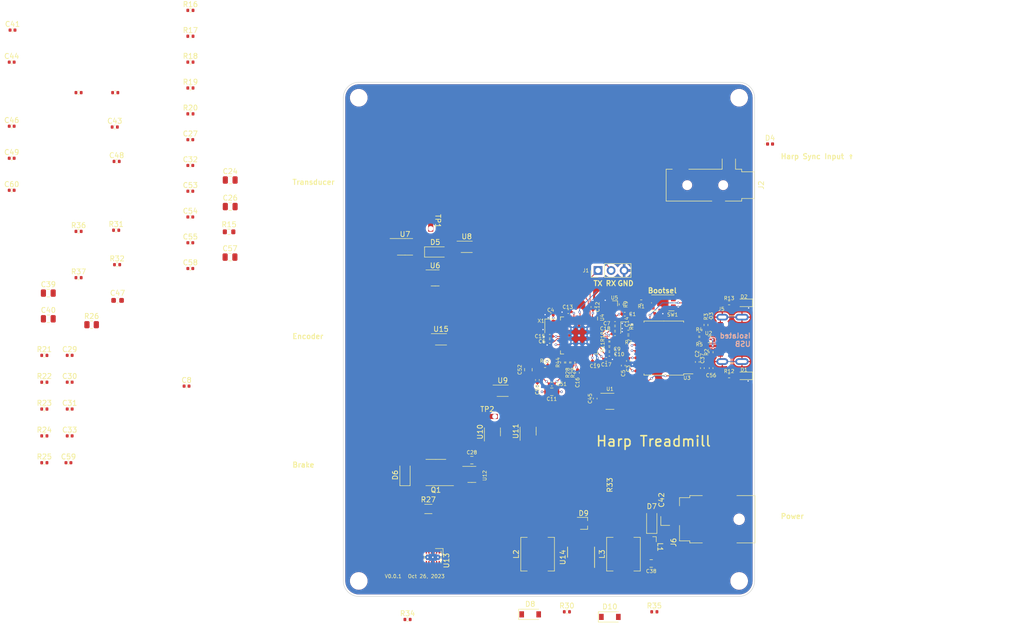
<source format=kicad_pcb>
(kicad_pcb (version 20221018) (generator pcbnew)
  (layers (0 "F.Cu" signal) (1 "In1.Cu" power) (2 "In2.Cu" power) (31 "B.Cu" signal) (34 "B.Paste" user) (35 "F.Paste" user) (36 "B.SilkS" user "B.Silkscreen") (37 "F.SilkS" user "F.Silkscreen") (38 "B.Mask" user) (39 "F.Mask" user) (44 "Edge.Cuts" user))
  (net 0 "")
  (net 1 "GND")
  (net 2 "+3V3")
  (net 3 "GND1")
  (net 4 "/Harp Core RP2040 + Isolated USB/VDD1")
  (net 5 "+1V1")
  (net 6 "+5V")
  (net 7 "-5V")
  (net 8 "Net-(U8-AINP)")
  (net 9 "Net-(U8-AINM)")
  (net 10 "+12V")
  (net 11 "Net-(U9-AINP)")
  (net 12 "Net-(U9-AINM)")
  (net 13 "VBUS")
  (net 14 "VIN1")
  (net 15 "5V2")
  (net 16 "Net-(D8-K)")
  (net 17 "Net-(U14-BOOST1)")
  (net 18 "Net-(C42-Pad1)")
  (net 19 "Net-(U14-VC1)")
  (net 20 "Net-(U14-RUN{slash}SS1)")
  (net 21 "Net-(U13-C+)")
  (net 22 "Net-(U13-C-)")
  (net 23 "Net-(U1-BP)")
  (net 24 "Net-(U13-CP)")
  (net 25 "Net-(U14-VC2)")
  (net 26 "Net-(C48-Pad2)")
  (net 27 "Net-(D10-K)")
  (net 28 "Net-(U14-BOOST2)")
  (net 29 "Net-(D1-A)")
  (net 30 "Net-(D2-A)")
  (net 31 "Net-(D5-K)")
  (net 32 "Net-(D6-K)")
  (net 33 "Net-(D6-A)")
  (net 34 "Net-(D7-K)")
  (net 35 "VPP")
  (net 36 "/Harp Core RP2040 + Isolated USB/UART0_TXD")
  (net 37 "/Harp Core RP2040 + Isolated USB/UART0_RXD")
  (net 38 "/Harp Core RP2040 + Isolated USB/HARP_CLK_SYNC")
  (net 39 "Net-(J5-CC1)")
  (net 40 "/Harp Core RP2040 + Isolated USB/D+")
  (net 41 "/Harp Core RP2040 + Isolated USB/D-")
  (net 43 "Net-(J5-CC2)")
  (net 45 "GND2")
  (net 47 "Net-(Q1-G)")
  (net 48 "/Harp Core RP2040 + Isolated USB/USB_Boot")
  (net 49 "/Harp Core RP2040 + Isolated USB/QSPI_CS")
  (net 50 "Net-(U3-UD+)")
  (net 51 "Net-(U3-UD-)")
  (net 52 "Net-(U3-DD+)")
  (net 53 "/Harp Core RP2040 + Isolated USB/DD+")
  (net 54 "Net-(U3-DD-)")
  (net 55 "/Harp Core RP2040 + Isolated USB/DD-")
  (net 56 "Net-(U4-USB_DP)")
  (net 57 "Net-(U4-USB_DM)")
  (net 58 "Net-(U4-GPIO24)")
  (net 59 "Net-(U4-GPIO25)")
  (net 60 "Net-(R15-Pad1)")
  (net 61 "Net-(R15-Pad2)")
  (net 62 "Net-(U8-SDO)")
  (net 63 "/Harp Core RP2040 + Isolated USB/PIO_POCI0")
  (net 64 "Net-(U8-SCLK)")
  (net 65 "/Harp Core RP2040 + Isolated USB/PIO_SCK0")
  (net 66 "Net-(U8-~{CS})")
  (net 67 "/Harp Core RP2040 + Isolated USB/PIO_CS0")
  (net 68 "Net-(U9-SDO)")
  (net 69 "/Harp Core RP2040 + Isolated USB/PIO_POCI1")
  (net 70 "Net-(U9-SCLK)")
  (net 71 "/Harp Core RP2040 + Isolated USB/PIO_SCK1")
  (net 72 "Net-(U9-~{CS})")
  (net 73 "/Harp Core RP2040 + Isolated USB/PIO_CS1")
  (net 74 "Net-(U10--)")
  (net 75 "Net-(U12-OUT)")
  (net 76 "Net-(U14-FB1)")
  (net 77 "Net-(U14-FB2)")
  (net 78 "Net-(U13-FB+)")
  (net 79 "Net-(U13-FB-)")
  (net 87 "/Harp Core RP2040 + Isolated USB/BRAKE_PWM")
  (net 90 "/Encoder/ENC_A")
  (net 91 "/Encoder/ENC_B")
  (net 92 "Net-(U4-XIN)")
  (net 105 "/Harp Core RP2040 + Isolated USB/QSPI_D3")
  (net 106 "/Harp Core RP2040 + Isolated USB/QSPI_CLK")
  (net 107 "/Harp Core RP2040 + Isolated USB/QSPI_D0")
  (net 108 "/Harp Core RP2040 + Isolated USB/QSPI_D2")
  (net 109 "/Harp Core RP2040 + Isolated USB/QSPI_D1")
  (net 110 "VREF_1V65")
  (net 111 "VREF_3V3")
  (net 112 "Net-(U7-IN-)")
  (net 113 "Net-(U7-IN+)")
  (net 114 "Net-(U10-+)")
  (net 118 "Net-(J7-Pin_3)")
  (net 119 "Net-(J7-Pin_2)")
  (footprint "Capacitor_SMD:C_0805_2012Metric" (layer "F.Cu") (at 77.95 64)
    (fp_text reference "C57")
    (fp_text value "10uF")
  )
  (footprint "Diode_SMD:D_SOD-123" (layer "F.Cu") (at 160 115.5 90)
    (fp_text reference "D7")
    (fp_text value "D_Schottky" hide)
  )
  (footprint "Capacitor_SMD:C_0805_2012Metric" (layer "F.Cu") (at 77.99 49)
    (fp_text reference "C24")
    (fp_text value "10uF")
  )
  (footprint "kicad_component_library:TestPoint_Keystone_5027_Miniature" (layer "F.Cu") (at 117 57 -90)
    (fp_text reference "TP1")
    (fp_text value "TestPoint" hide)
  )
  (footprint "Resistor_SMD:R_0402_1005Metric" (layer "F.Cu") (at 70.25 16)
    (fp_text reference "R16")
    (fp_text value "100")
  )
  (footprint "Capacitor_SMD:C_0402_1005Metric" (layer "F.Cu") (at 140.15 80.4)
    (fp_text reference "C6")
    (fp_text value "100nF" hide)
  )
  (footprint "Fiducial:Fiducial_0.5mm_Mask1mm" (layer "F.Cu") (at 173 127)
    (fp_text reference "FID2" hide)
    (fp_text value "Fiducial" hide)
  )
  (footprint "kicad_component_library:RP2040-QFN-56" (layer "F.Cu") (at 145.85 79.2375 -90)
    (fp_text reference "U4")
    (fp_text value "RP2040" hide)
  )
  (footprint "Capacitor_SMD:C_0402_1005Metric" (layer "F.Cu") (at 152.85 76.9 180)
    (fp_text reference "C7")
    (fp_text value "100nF" hide)
  )
  (footprint "Capacitor_SMD:C_0402_1005Metric" (layer "F.Cu") (at 152.85 78.9 180)
    (fp_text reference "C14")
    (fp_text value "100nF" hide)
  )
  (footprint "Crystal:Crystal_SMD_2016-4Pin_2.0x1.6mm" (layer "F.Cu") (at 140.35 77.4 -90)
    (fp_text reference "X1")
    (fp_text value "ECS-TXO-2016" hide)
  )
  (footprint "LED_SMD:LED_0603_1608Metric_Pad1.05x0.95mm_HandSolder" (layer "F.Cu") (at 177.95 72.9 180)
    (fp_text reference "D2")
    (fp_text value "LED" hide)
  )
  (footprint "Capacitor_SMD:C_0805_2012Metric" (layer "F.Cu") (at 136 85.9 90)
    (fp_text reference "C52")
    (fp_text value "22uF" hide)
  )
  (footprint "Package_TO_SOT_SMD:SOT-23-5" (layer "F.Cu") (at 125 106.27)
    (fp_text reference "U12")
    (fp_text value "UCC27537" hide)
  )
  (footprint "Resistor_SMD:R_0402_1005Metric" (layer "F.Cu") (at 143.49 133)
    (fp_text reference "R30")
    (fp_text value "10K")
  )
  (footprint "Resistor_SMD:R_0402_1005Metric" (layer "F.Cu") (at 143.65 84.5 90)
    (fp_text reference "R28")
    (fp_text value "10K" hide)
  )
  (footprint "Capacitor_SMD:C_0402_1005Metric" (layer "F.Cu") (at 70.23 41.155)
    (fp_text reference "C27")
    (fp_text value "300pF")
  )
  (footprint "Capacitor_SMD:C_0402_1005Metric" (layer "F.Cu") (at 70.23 56.194)
    (fp_text reference "C54")
    (fp_text value "1uF")
  )
  (footprint "Capacitor_SMD:C_0603_1608Metric" (layer "F.Cu") (at 56.079996 72.42)
    (fp_text reference "C47")
    (fp_text value "4.7uF")
  )
  (footprint "Capacitor_SMD:C_0805_2012Metric" (layer "F.Cu") (at 125 103.5 180)
    (fp_text reference "C28")
    (fp_text value "10uF" hide)
  )
  (footprint "Diode_SMD:D_0402_1005Metric" (layer "F.Cu") (at 183.015 42)
    (fp_text reference "D4")
    (fp_text value "D_TVS")
  )
  (footprint "Resistor_SMD:R_0402_1005Metric" (layer "F.Cu") (at 41.83 98.78)
    (fp_text reference "R24")
    (fp_text value "100")
  )
  (footprint "Resistor_SMD:R_0402_1005Metric" (layer "F.Cu") (at 151.75 79.95)
    (fp_text reference "R10")
    (fp_text value "27" hide)
  )
  (footprint "Resistor_SMD:R_0402_1005Metric" (layer "F.Cu") (at 175.05 72.9)
    (fp_text reference "R13")
    (fp_text value "680" hide)
  )
  (footprint "Resistor_SMD:R_0402_1005Metric" (layer "F.Cu") (at 55.621666 32)
    (fp_text reference "C42")
    (fp_text value "1.5nF")
  )
  (footprint "Package_TO_SOT_SMD:SOT-23-5" (layer "F.Cu") (at 135.95 97.8625 90)
    (fp_text reference "U11")
    (fp_text value "INA180A4")
  )
  (footprint "Resistor_SMD:R_0402_1005Metric" (layer "F.Cu") (at 175.05 87.1)
    (fp_text reference "R12")
    (fp_text value "680" hide)
  )
  (footprint "Package_SO:SOIC-16W_7.5x10.3mm_P1.27mm" (layer "F.Cu") (at 162.35 81.7 180)
    (fp_text reference "U3")
    (fp_text value "ADUM4160" hide)
  )
  (footprint "Connector_PinHeader_2.54mm:PinHeader_1x03_P2.54mm_Vertical" (layer "F.Cu") (at 149.55 66.6 90)
    (fp_text reference "J1")
    (fp_text value "Conn_01x03_Male" hide)
  )
  (footprint "Diode_SMD:D_SOD-123F" (layer "F.Cu") (at 112 106.27 90)
    (fp_text reference "D6")
    (fp_text value "1N4007" hide)
  )
  (footprint "Capacitor_SMD:C_0402_1005Metric" (layer "F.Cu") (at 171.55 85.6 90)
    (fp_text reference "C56")
    (fp_text value "1uF" hide)
  )
  (footprint "Capacitor_SMD:C_0402_1005Metric" (layer "F.Cu") (at 137.75 87.9 90)
    (fp_text reference "C50")
    (fp_text value "100nF" hide)
  )
  (footprint "Capacitor_SMD:C_0402_1005Metric" (layer "F.Cu") (at 46.52 104)
    (fp_text reference "C59")
    (fp_text value "100nF")
  )
  (footprint "Resistor_SMD:R_0402_1005Metric" (layer "F.Cu") (at 48.49 68)
    (fp_text reference "R37")
    (fp_text value "51K")
  )
  (footprint "Package_SON:WSON-12-1EP_3x2mm_P0.5mm_EP1x2.65_ThermalVias" (layer "F.Cu") (at 117.4 122.4 -90)
    (fp_text reference "U13")
    (fp_text value "LM27762" hide)
  )
  (footprint "Inductor_SMD:L_Vishay_IHLP-2525" (layer "F.Cu") (at 137.7925 121.79 90)
    (fp_text reference "L2")
    (fp_text value "10uH" hide)
  )
  (footprint "Resistor_SMD:R_0402_1005Metric" (layer "F.Cu") (at 151.75 80.9)
    (fp_text reference "R11")
    (fp_text value "27" hide)
  )
  (footprint "Capacitor_SMD:C_0402_1005Metric" (layer "F.Cu") (at 148.95 84.3 180)
    (fp_text reference "C19")
    (fp_text value "100nF" hide)
  )
  (footprint "Capacitor_SMD:C_0402_1005Metric" (layer "F.Cu") (at 35.64 19.84)
    (fp_text reference "C41")
    (fp_text value "100nF")
  )
  (footprint "Capacitor_SMD:C_0805_2012Metric" (layer "F.Cu") (at 159.9 123.6)
    (fp_text reference "C38")
    (fp_text value "10uF" hide)
  )
  (footprint "Diode_SMD:D_SOD-123" (layer "F.Cu") (at 151.85 134)
    (fp_text reference "D10")
    (fp_text value "D_Schottky" hide)
  )
  (footprint "Capacitor_SMD:C_0402_1005Metric" (layer "F.Cu") (at 46.76 83.11)
    (fp_text reference "C29")
    (fp_text value "100nF")
  )
  (footprint "Package_SO:MSOP-8_3x3mm_P0.65mm" (layer "F.Cu") (at 112 62)
    (fp_text reference "U7")
    (fp_text value "AD8226" hide)
  )
  (footprint "Capacitor_SMD:C_0402_1005Metric" (layer "F.Cu") (at 69.5 89.1)
    (fp_text reference "C8")
    (fp_text value "1uF")
  )
  (footprint "Capacitor_SMD:C_0402_1005Metric" (layer "F.Cu") (at 35.48 44.768)
    (fp_text reference "C49")
    (fp_text value "2.2uF")
  )
  (footprint "Resistor_SMD:R_0402_1005Metric" (layer "F.Cu") (at 70.25 21.033)
    (fp_text reference "R17")
    (fp_text value "100")
  )
  (footprint "Capacitor_SMD:C_0805_2012Metric" (layer "F.Cu") (at 140.55 90.2 180)
    (fp_text reference "C11")
    (fp_text value "10uF" hide)
  )
  (footprint "Resistor_SMD:R_0402_1005Metric" (layer "F.Cu") (at 160.5 133)
    (fp_text reference "R35")
    (fp_text value "10K")
  )
  (footprint "Capacitor_SMD:C_0402_1005Metric" (layer "F.Cu") (at 46.76 98.7775)
    (fp_text reference "C33")
    (fp_text value "300pF")
  )
  (footprint "Resistor_SMD:R_0402_1005Metric" (layer "F.Cu") (at 55.98833 65.466665)
    (fp_text reference "R32")
    (fp_text value "715")
  )
  (footprint "Capacitor_SMD:C_0402_1005Metric" (layer "F.Cu") (at 151.75 82.9)
    (fp_text reference "C10")
    (fp_text value "1uF" hide)
  )
  (footprint "Package_SO:VSSOP-8_2.3x2mm_P0.5mm" (layer "F.Cu") (at 124 62)
    (fp_text reference "U8")
    (fp_text value "ADS7049" hide)
  )
  (footprint "Capacitor_SMD:C_0402_1005Metric" (layer "F.Cu") (at 151.15 83.9 180)
    (fp_text reference "C17")
    (fp_text value "100nF" hide)
  )
  (footprint "MountingHole:MountingHole_3.2mm_M3_DIN965" (layer "F.Cu") (at 103 33)
    (fp_text reference "REF**" hide)
    (fp_text value "MountingHole_3.2mm_M3_DIN965" hide)
  )
  (footprint "Resistor_SMD:R_1206_3216Metric" (layer "F.Cu") (at 116.5375 113)
    (fp_text reference "R27")
    (fp_text value "0.08")
  )
  (footprint "Capacitor_SMD:C_0402_1005Metric" (layer "F.Cu") (at 152.85 77.9 180)
    (fp_text reference "C18")
    (fp_text value "100nF" hide)
  )
  (footprint "kicad_component_library:TestPoint_Keystone_5027_Miniature" (layer "F.Cu") (at 128 95)
    (fp_text reference "TP2")
    (fp_text value "TestPoint" hide)
  )
  (footprint "MountingHole:MountingHole_3.2mm_M3_DIN965" (layer "F.Cu") (at 177 33)
    (fp_text reference "REF**" hide)
    (fp_text value "MountingHole_3.2mm_M3_DIN965" hide)
  )
  (footprint "Capacitor_SMD:C_0402_1005Metric" (layer "F.Cu") (at 168.85 84.4 90)
    (fp_text reference "C2")
    (fp_text value "100nF" hide)
  )
  (footprint "Resistor_SMD:R_0402_1005Metric" (layer "F.Cu") (at 48.49 59)
    (fp_text reference "R36")
    (fp_text value "51K")
  )
  (footprint "Capacitor_SMD:C_0402_1005Metric" (layer "F.Cu") (at 155.45 84.2 90)
    (fp_text reference "C3")
    (fp_text value "100nF" hide)
  )
  (footprint "Resistor_SMD:R_0402_1005Metric" (layer "F.Cu") (at 41.83 88.34)
    (fp_text reference "R22")
    (fp_text value "49.9")
  )
  (footprint "Capacitor_SMD:C_0402_1005Metric" (layer "F.Cu") (at 35.48 51)
    (fp_text reference "C60")
    (fp_text value "2.2uF")
  )
  (footprint "MountingHole:MountingHole_3.2mm_M3_DIN965" (layer "F.Cu") (at 103 127)
    (fp_text reference "REF**" hide)
    (fp_text value "MountingHole_3.2mm_M3_DIN965" hide)
  )
  (footprint "Package_TO_SOT_SMD:Texas_DRT-3" (layer "F.Cu") (at 170.95 80 -90)
    (fp_text reference "U2")
    (fp_text value "TPD2EUSB30" hide)
  )
  (footprint "Resistor_SMD:R_0402_1005Metric" (layer "F.Cu") (at 155.45 79.7 180)
    (fp_text reference "R7")
    (fp_text value "24" hide)
  )
  (footprint "Capacitor_SMD:C_0402_1005Metric" (layer "F.Cu") (at 70.23 51.181)
    (fp_text reference "C53")
    (fp_text value "100nF")
  )
  (footprint "Resistor_SMD:R_0402_1005Metric" (layer "F.Cu") (at 155.45 78.6 180)
    (fp_text reference "R6")
    (fp_text value "24" hide)
  )
  (footprint "Capacitor_SMD:C_0402_1005Metric" (layer "F.Cu") (at 70.23 66.22)
    (fp_text reference "C58")
    (fp_text value "100nF")
  )
  (footprint "Resistor_SMD:R_0402_1005Metric" (layer "F.Cu") (at 154.05 73.2 -90)
    (fp_text reference "R9")
    (fp_text value "10K" hide)
  )
  (footprint "Capacitor_SMD:C_0402_1005Metric" (layer "F.Cu") (at 35.48 26.072)
    (fp_text reference "C44")
    (fp_text value "1uF")
  )
  (footprint "Fiducial:Fiducial_0.5mm_Mask1mm" (layer "F.Cu") (at 173 33)
    (fp_text reference "FID3" hide)
    (fp_text value "Fiducial" hide)
  )
  (footprint "Capacitor_SMD:C_0402_1005Metric" (layer "F.Cu") (at 140.15 79.4)
    (fp_text reference "C15")
    (fp_text value "100nF" hide)
  )
  (footprint "Capacitor_SMD:C_0402_1005Metric" (layer "F.Cu") (at 46.76 88.3325)
    (fp_text reference "C30")
    (fp_text value "100nF")
  )
  (footprint "Capacitor_SMD:C_0402_1005Metric" (layer "F.Cu") (at 140.35 75.2)
    (fp_text reference "C4")
    (fp_text value "10nF" hide)
  )
  (footprint "Resistor_SMD:R_0402_1005Metric" (layer "F.Cu") (at 144.65 84.5 90)
    (fp_text reference "R29")
    (fp_text value "1K82" hide)
  )
  (footprint "Resistor_SMD:R_0402_1005Metric" (layer "F.Cu") (at 70.25 36.132)
    (fp_text reference "R20")
    (fp_text value "49.9")
  )
  (footprint "Resistor_SMD:R_0402_1005Metric" (layer "F.Cu") (at 48.49 32)
    (fp_text reference "R33")
    (fp_text value "162K")
  )
  (footprint "Inductor_SMD:L_Vishay_IHLP-2525" (layer "F.Cu") (at 154.5 121.79 90)
    (fp_text reference "L3")
    (fp_text value "10uH" hide)
  )
  (footprint "Resistor_SMD:R_0402_1005Metric" (layer "F.Cu") (at 170.55 77.2 90)
    (fp_text reference "R3")
    (fp_text value "5K1" hide)
  )
  (footprint "Diode_SMD:D_SOD-123F" (layer "F.Cu") (at 118 63)
    (fp_text reference "D5")
    (fp_text value "D_Zener" hide)
  )
  (footprint "Diode_SMD:D_SOD-123" (layer "F.Cu") (at 136.35 133.5)
    (fp_text reference "D8")
    (fp_text value "D_Schottky" hide)
  )
  (footprint "Capacitor_SMD:C_0402_1005Metric" (layer "F.Cu") (at 154.75 75.1 180)
    (fp_text reference "C1")
    (fp_text value "100nF" hide)
  )
  (footprint "Resistor_SMD:R_0402_1005Metric" (layer "F.Cu") (at 139.25 85.1 180)
    (fp_text reference "R42")
    (fp_text value "68" hide)
  )
  (footprint "Capacitor_SMD:C_0402_1005Metric" (layer "F.Cu") (at 148.55 73.7 -90)
    (fp_text reference "C12")
    (fp_text value "100nF" hide)
  )
  (footprint "Resistor_SMD:R_0402_1005Metric" (layer "F.Cu") (at 55.804998 58.773332)
    (fp_text reference "R31")
    (fp_text value "10K")
  )
  (footprint "Capacitor_SMD:C_0402_1005Metric" (layer "F.Cu") (at 145.55 86.5 90)
    (fp_text reference "C16")
    (fp_text value "100nF" hide)
  )
  (footprint "Resistor_SMD:R_0805_2012Metric" (layer "F.Cu") (at 51.03 77.15)
    (fp_text reference "R26")
    (fp_text value "470")
  )
  (footprint "Resistor_SMD:R_0402_1005Metric" (layer "F.Cu") (at 169.25 79 180)
    (fp_text reference "R4")
    (fp_text value "24" hide)
  )
  (footprint "Resistor_SMD:R_0402_1005Metric" (layer "F.Cu") (at 55.896664 45.386666)
    (fp_text reference "C48")
    (fp_text value "1.5nF")
  )
  (footprint "Package_TO_SOT_SMD:SOT-323_SC-70" (layer "F.Cu") (at 146.7925 115.79)
    (fp_text reference "D9")
    (fp_text value "BAT54AW" hide)
  )
  (footprint "Resistor_SMD:R_0402_1005Metric" (layer "F.Cu") (at 70.25 31.099)
    (fp_text reference "R19")
    (fp_text value "49.9")
  )
  (footprint "Package_TO_SOT_SMD:SOT-23-5" (layer "F.Cu") (at 151.8625 92.05)
    (fp_text reference "U1")
    (fp_text value "LP2985-3.3" hide)
  )
  (footprint "Resistor_SMD:R_0402_1005Metric" (layer "F.Cu") (at 70.25 26.066)
    (fp_text reference "R18")
    (fp_text value "49.9")
  )
  (footprint "Capacitor_SMD:C_0402_1005Metric" (layer "F.Cu") (at 70.23 46.168)
    (fp_text reference "C32")
    (fp_text value "100nF")
  )
  (footprint "Resistor_SMD:R_0402_1005Metric" (layer "F.Cu") (at 55.53 38.693333)
    (fp_text reference "C43")
    (fp_text value "4.7nF")
  )
  (footprint "Capacitor_SMD:C_0402_1005Metric" (layer "F.Cu") (at 143.75 74.6)
    (fp_text reference "C13")
    (fp_text value "100nF" hide)
  )
  (footprint "Resistor_SMD:R_0402_1005Metric" (layer "F.Cu") (at 41.83 104)
    (fp_text reference "R25")
    (fp_text value "100")
  )
  (footprint "MountingHole:MountingHole_3.2mm_M3_DIN965" (layer "F.Cu") (at 177 127)
    (fp_text reference "REF**" hide)
    (fp_text value "MountingHole_3.2mm_M3_DIN965" hide)
  )
  (footprint "Capacitor_SMD:C_0402_1005Metric" (layer "F.Cu") (at 35.48 38.536)
    (fp_text reference "C46")
    (fp_text value "10nF")
  )
  (footprint "Connector_USB:USB_C_Receptacle_JAE_DX07S016JA1R1500" (layer "F.Cu") (at 176.4 80 90)
    (fp_text reference "J5")
    (fp_text value "USB_C_Receptacle_USB2.0" hide)
  )
  (footprint "Capacitor_SMD:C_0402_1005Metric" (layer "F.Cu") (at 151.75 81.9)
    (fp_text reference "C9")
    (fp_text value "1uF" hide)
  )
  (footprint "kicad_component_library:L_CommonModeChoke_TDKCorporation_1210" (layer "F.Cu") (at 159.925 120.4 -90)
    (fp_text reference "L1")
    (fp_text value "L_Coupled_1423" hide)
  )
  (footprint "Resistor_SMD:R_0402_1005Metric" (layer "F.Cu") (at 171.55 82.5 -90)
    (fp_text reference "R2")
    (fp_text value "5K1" hide)
  )
  (footprint "Resistor_SMD:R_0402_1005Metric" (layer "F.Cu") (at 112.49 134.5)
    (fp_text reference "R34")
    (fp_text value "158K")
  )
  (footprint "Connector_Audio:Jack_3.5mm_CUI_SJ-3523-SMT_Horizontal" (layer "F.Cu") (at 171.4 50 -90)
    (fp_text reference "J2")
    (fp_text value "AudioJack3")
  )
  (footprint "Resistor_SMD:R_0402_1005Metric" (layer "F.Cu") (at 41.83 83.12)
    (fp_text reference "R21")
    (fp_text value "49.9")
  )
  (footprint "Resistor_SMD:R_0402_1005Metric" (layer "F.Cu") (at 157.95 72.7 180)
    (fp_text reference "R1")
    (fp_text value "1K" hide)
  )
  (footprint "Resistor_SMD:R_0402_1005Metric" (layer "F.Cu") (at 41.83 93.56)
    (fp_text reference "R23")
    (fp_text value "49.9")
  )
  (footprint "Capacitor_SMD:C_0805_2012Metric" (layer "F.Cu") (at 77.99 54.166666)
    (fp_text reference "C26")
    (fp_text value "10uF")
  )
  (footprint "Capacitor_SMD:C_0402_1005Metric" (layer "F.Cu") (at 169.85 85.6 -90)
    (fp_text reference "C37")
    (fp_text value "100nF" hide)
  )
  (footprint "Capacitor_SMD:C_0402_1005Metric" (layer "F.Cu") (at 154.45 85.1 -90)
    (fp_text reference "C5")
    (fp_text value "100nF" hide)
  )
  (footprint "Package_SO:VSSOP-8_2.3x2mm_P0.5mm" (layer "F.Cu") (at 119 80)
    (fp_text reference "U15")
    (fp_text value "74LVCH2T45DC" hide)
  )
  (footprint "Capacitor_SMD:C_0805_2012Metric" (layer "F.Cu") (at 42.6 71)
    (fp_text reference "C39")
    (fp_text value "22uF")
  )
  (footprint "Capacitor_SMD:C_0805_2012Metric" (layer "F.Cu") (at 42.6 76)
    (fp_text reference "C40")
    (fp_text value "22uF")
  )
  (footprint "Resistor_SMD:R_0603_1608Metric" (layer "F.Cu") (at 77.77 59.083332)
    (fp_text reference "R15")
    (fp_text value "499")
  )
  (footprint "Resistor_SMD:R_0402_1005Metric" (layer "F.Cu") (at 142.65 84.5 90)
    (fp_text reference "R44")
    (fp_text value "49.9" hide)
  )
  (footprint "Capacitor_SMD:C_0402_1005Metric" (layer "F.Cu") (at 149 91.52 -90)
    (fp_text reference "C45")
    (fp_text value "1uF" hide)
  )
  (footprint "kicad_component_library:Winbond-8USON-2x3mm" (layer "F.Cu") (at 152.15 74.2 -90)
    (fp_text reference "U5")
    (fp_text value "W25Q16JVUXIQ" hide)
  )
  (footprint "Package_SO:VSSOP-8_2.3x2mm_P0.5mm" (layer "F.Cu") (at 131 90)
    (fp_text reference "U9")
    (fp_text value "ADS7049" hide)
  )
  (footprint "Resistor_SMD:R_0402_1005Metric" (layer "F.Cu") (at 169.25 80 180)
    (fp_text reference "R5")
    (fp_text value "24" hide)
  )
  (footprint "Capacitor_SMD:C_0402_1005Metric" (layer "F.Cu") (at 70.23 61.207)
    (fp_text reference "C55")
    (fp_text value "1uF")
  )
  (footprint "Capacitor_SMD:C_0402_1005Metric" (layer "F.Cu") (at 46.76 93.555)
    (fp_text reference "C31")
    (fp_text value "100nF")
  )
  (footprint "Package_TO_SOT_SMD:TSOT-23-5" (layer "F.Cu") (at 129 98 90)
    (fp_text reference "U10")
    (fp_text value "AD8615")
  )
  (footprint "Package_SO:SOIC-8_3.9x4.9mm_P1.27mm" (layer "F.Cu") (at 118 105.905 180)
    (fp_text reference "Q1")
    (fp_text value "IRF8707TRPBF" hide)
  )
  (footprint "Connector_BarrelJack:BarrelJack_CUI_PJ-036AH-SMT_Horizontal" (layer "F.Cu") (at 170 115 90)
    (fp_text reference "J6")
    (fp_text value "Barrel_Jack_Switch")
  )
  (footprint "Fiducial:Fiducial_0.5mm_Mask1mm" (layer "F.Cu") (at 107 127)
    (fp_text reference "FID1" hide)
    (fp_text value "Fiducial" hide)
  )
  (footprint "Capacitor_SMD:C_0402_1005Metric" (layer "F.Cu") (at 140.55 88.7)
    (fp_text reference "C51")
    (fp_text value "2.2uF" hide)
  )
  (footprint "Package_DFN_QFN:DFN-16-1EP_4x5mm_P0.5mm_EP2.44x4.34mm" (layer "F.Cu") (at 146.25 122.4 90)
    (fp_text reference "U14")
    (fp_text value "LT3506" hide)
  )
  (footprint "kicad_component_library:SW_Push_1P1T-SH_NO_Vertical_Wuerth_WS-TASV" (layer "F.Cu") (at 162.15 72.9 180)
    (fp_text reference "SW1")
    (fp_text value "~" hide)
  )
  (footprint "LED_SMD:LED_0603_1608Metric_Pad1.05x0.95mm_HandSolder" (layer "F.Cu") (at 177.95 87.1 180)
    (fp_text reference "D1")
    (fp_text value "LED" hide)
  )
  (footprint "Package_TO_SOT_SMD:SOT-23-5" (layer "F.Cu") (at 117.8625 68.05)
    (fp_text reference "U6")
    (fp_text value "REF2033" hide)
  )
  (footprint "Diode_SMD:D_0402_1005Metric" (layer "F.Cu") (at 171.55 77.2 -90)
    (fp_text reference "D3")
    (fp_text value "D_TVS" hide)
  )
  (gr_line (start 153.875 78.8) (end 153.975 78.8) (stroke (width 0.1)) (layer "F.SilkS"))
  (gr_line (start 153.975 78.8) (end 153.975 76.6) (stroke (width 0.1)) (layer "F.SilkS"))
  (gr_line (start 153.975 76.6) (end 154.65 76.6) (stroke (width 0.1)) (layer "F.SilkS"))
  (gr_line (start 180 127) (end 180 33) (stroke (width 0.1)) (layer "Edge.Cuts"))
  (gr_arc (start 180 127) (mid 179.12132 129.12132) (end 177 130) (stroke (width 0.1)) (layer "Edge.Cuts"))
  (gr_arc (start 103 130) (mid 100.87868 129.12132) (end 100 127) (stroke (width 0.1)) (layer "Edge.Cuts"))
  (gr_line (start 100 33) (end 100 127) (stroke (width 0.1)) (layer "Edge.Cuts"))
  (gr_line (start 177 30) (end 103 30) (stroke (width 0.1)) (layer "Edge.Cuts"))
  (gr_line (start 103 130) (end 177 130) (stroke (width 0.1)) (layer "Edge.Cuts"))
  (gr_arc (start 177 30) (mid 179.12132 30.87868) (end 180 33) (stroke (width 0.1)) (layer "Edge.Cuts"))
  (gr_arc (start 100 33) (mid 100.87868 30.87868) (end 103 30) (stroke (width 0.1)) (layer "Edge.Cuts"))
  (gr_text "Isolated\nUSB" (at 179.35 81.5) (layer "B.SilkS") (effects (font (size 1 1) (thickness 0.2) bold) (justify left bottom mirror)))
  (gr_text "Transducer" (at 90 50) (layer "F.SilkS") (effects (font (size 1 1) (thickness 0.2) bold) (justify left bottom)))
  (gr_text "Brake" (at 90 105) (layer "F.SilkS") (effects (font (size 1 1) (thickness 0.2) bold) (justify left bottom)))
  (gr_text "TX" (at 148.55 69.7) (layer "F.SilkS") (effects (font (size 1 1) (thickness 0.2) bold) (justify left bottom)))
  (gr_text "V0.0.1" (at 108 126.5) (layer "F.SilkS") (effects (font (size 0.7 0.7) (thickness 0.1)) (justify left bottom)))
  (gr_text "Power" (at 185 115) (layer "F.SilkS") (effects (font (size 1 1) (thickness 0.2) bold) (justify left bottom)))
  (gr_text "Bootsel" (at 159.15 71.1) (layer "F.SilkS") (effects (font (size 1 1) (thickness 0.2) bold) (justify left bottom)))
  (gr_text "Harp Sync Input ↑" (at 185 45) (layer "F.SilkS") (effects (font (size 1 1) (thickness 0.2) bold) (justify left bottom)))
  (gr_text "Oct 26, 2023" (at 112.5 126.5) (layer "F.SilkS") (effects (font (size 0.7 0.7) (thickness 0.1)) (justify left bottom)))
  (gr_text "Encoder" (at 90 80) (layer "F.SilkS") (effects (font (size 1 1) (thickness 0.2) bold) (justify left bottom)))
  (gr_text "GND" (at 153.25 69.7) (layer "F.SilkS") (effects (font (size 1 1) (thickness 0.2) bold) (justify left bottom)))
  (gr_text "RX" (at 150.95 69.7) (layer "F.SilkS") (effects (font (size 1 1) (thickness 0.2) bold) (justify left bottom)))
  (gr_text "Harp Treadmill" (at 149 101) (layer "F.SilkS") (effects (font (size 2 2) (thickness 0.3)) (justify left bottom)))
  (segment (start 141.5 90.2) (end 142.45 90.2) (width 0.1524) (layer "F.Cu") (net 0))
  (segment (start 142.65 85.9) (end 142.65 85.01) (width 0.1524) (layer "F.Cu") (net 0))
  (segment (start 137.75 89.1) (end 137.75 88.38) (width 0.1524) (layer "F.Cu") (net 0))
  (segment (start 137.75 86.38) (end 138.02 86.65) (width 0.1524) (layer "F.Cu") (net 0))
  (segment (start 139.55 88.2) (end 140.05 88.7) (width 0.1524) (layer "F.Cu") (net 0))
  (segment (start 140.05 88.72) (end 140.07 88.7) (width 0.1524) (layer "F.Cu") (net 0))
  (segment (start 140.05 88.7) (end 140.07 88.7) (width 0.1524) (layer "F.Cu") (net 0))
  (segment (start 141.55 88.2) (end 141.53 88.2) (width 0.1524) (layer "F.Cu") (net 0))
  (segment (start 139.76 84.41) (end 139.65 84.3) (width 0.1524) (layer "F.Cu") (net 0))
  (segment (start 139.76 85.1) (end 139.76 84.41) (width 0.1524) (layer "F.Cu") (net 0))
  (segment (start 139.45 88.2) (end 139 87.75) (width 0.1524) (layer "F.Cu") (net 0))
  (segment (start 140.05 89.8) (end 140.05 88.72) (width 0.1524) (layer "F.Cu") (net 0))
  (segment (start 138.5 87.65) (end 137.77 88.38) (width 0.1524) (layer "F.Cu") (net 0))
  (segment (start 144.05 82.675) (end 144.05 83.39) (width 0.1524) (layer "F.Cu") (net 0))
  (segment (start 141.55 88.2) (end 142.1 87.65) (width 0.1524) (layer "F.Cu") (net 0))
  (segment (start 141.53 88.2) (end 141.03 88.7) (width 0.1524) (layer "F.Cu") (net 0))
  (segment (start 142.1 86.15) (end 142.4 86.15) (width 0.1524) (layer "F.Cu") (net 0))
  (segment (start 142.4 86.15) (end 142.65 85.9) (width 0.1524) (layer "F.Cu") (net 0))
  (segment (start 138.02 86.65) (end 139 86.65) (width 0.1524) (layer "F.Cu") (net 0))
  (segment (start 141.03 88.7) (end 141.03 89.73) (width 0.1524) (layer "F.Cu") (net 0))
  (segment (start 141.03 89.73) (end 141.5 90.2) (width 0.1524) (layer "F.Cu") (net 0))
  (segment (start 139.65 90.2) (end 140.05 89.8) (width 0.1524) (layer "F.Cu") (net 0))
  (segment (start 139.6 90.2) (end 139.65 90.2) (width 0.1524) (layer "F.Cu") (net 0))
  (segment (start 144.05 83.39) (end 144.65 83.99) (width 0.1524) (layer "F.Cu") (net 0))
  (segment (start 139.55 88.2) (end 139.45 88.2) (width 0.1524) (layer "F.Cu") (net 0))
  (segment (start 143.65 82.675) (end 143.65 83.99) (width 0.1524) (layer "F.Cu") (net 0))
  (segment (start 139.6 90.2) (end 138.65 90.2) (width 0.1524) (layer "F.Cu") (net 0))
  (segment (start 139 87.75) (end 139 87.65) (width 0.1524) (layer "F.Cu") (net 0))
  (segment (start 139 87.65) (end 138.5 87.65) (width 0.1524) (layer "F.Cu") (net 0))
  (segment (start 137.77 88.38) (end 137.75 88.38) (width 0.1524) (layer "F.Cu") (net 0))
  (via (at 139.65 84.3) (size 0.4572) (drill 0.254) (layers "F.Cu" "B.Cu") (net 0))
  (via (at 139.55 88.2) (size 0.4572) (drill 0.254) (layers "F.Cu" "B.Cu") (net 0))
  (via (at 138.65 90.2) (size 0.4572) (drill 0.254) (layers "F.Cu" "B.Cu") (net 0))
  (via (at 142.45 90.2) (size 0.4572) (drill 0.254) (layers "F.Cu" "B.Cu") (net 0))
  (via (at 141.55 88.2) (size 0.4572) (drill 0.254) (layers "F.Cu" "B.Cu") (net 0))
  (via (at 137.75 89.1) (size 0.4572) (drill 0.254) (layers "F.Cu" "B.Cu") (net 0))
  (segment (start 139 86.15) (end 138.48 86.15) (width 0.1524) (layer "F.Cu") (net 1))
  (segment (start 145.85 79.2375) (end 144.85 78.2375) (width 0.1524) (layer "F.Cu") (net 1))
  (segment (start 148.55 72.4) (end 148.55 73.1325) (width 0.1524) (layer "F.Cu") (net 1))
  (segment (start 138.95 80.5) (end 139.05 80.4) (width 0.1524) (layer "F.Cu") (net 1))
  (segment (start 137.75 85.42) (end 138.07 85.1) (width 0.1524) (layer "F.Cu") (net 1))
  (segment (start 154.25 78.5) (end 153.85 78.9) (width 0.1524) (layer "F.Cu") (net 1))
  (segment (start 155.45 84.68) (end 155.39 84.62) (width 0.1524) (layer "F.Cu") (net 1))
  (segment (start 164.2 73.7) (end 165.15 73.7) (width 0.1524) (layer "F.Cu") (net 1))
  (segment (start 156.15 77.1) (end 156.305 77.255) (width 0.1524) (layer "F.Cu") (net 1))
  (segment (start 162.15 75) (end 162.15 74.325) (width 0.1524) (layer "F.Cu") (net 1))
  (segment (start 142.55 74.7) (end 142.65 74.6) (width 0.1524) (layer "F.Cu") (net 1))
  (segment (start 139.87 75.2) (end 139.25 75.2) (width 0.1524) (layer "F.Cu") (net 1))
  (segment (start 139.85 75.8) (end 139.87 75.78) (width 0.1524) (layer "F.Cu") (net 1))
  (segment (start 138.07 85.1) (end 138.74 85.1) (width 0.1524) (layer "F.Cu") (net 1))
  (segment (start 144.65 85.6) (end 144.65 85.01) (width 0.1524) (layer "F.Cu") (net 1))
  (segment (start 153.85 78.9) (end 153.5175 78.9) (width 0.1524) (layer "F.Cu") (net 1))
  (segment (start 138.95 79.5) (end 139.57 79.5) (width 0.1524) (layer "F.Cu") (net 1))
  (segment (start 144.85 78.2375) (end 142.4125 78.2375) (width 0.1524) (layer "F.Cu") (net 1))
  (segment (start 139.67 80.4) (end 139.67 81.08) (width 0.1524) (layer "F.Cu") (net 1))
  (segment (start 138.85 78.1) (end 139.8 78.1) (width 0.1524) (layer "F.Cu") (net 1))
  (segment (start 178.825 88.025) (end 178.75 88.1) (width 0.1524) (layer "F.Cu") (net 1))
  (segment (start 178.825 73.875) (end 178.85 73.9) (width 0.1524) (layer "F.Cu") (net 1))
  (segment (start 150.95 72.4) (end 150.95 72.5) (width 0.1524) (layer "F.Cu") (net 1))
  (segment (start 156.25 84.9) (end 156.275 84.875) (width 0.1524) (layer "F.Cu") (net 1))
  (segment (start 152.95 81.9) (end 152.23 81.9) (width 0.1524) (layer "F.Cu") (net 1))
  (segment (start 142.65 74.6) (end 143.2825 74.6) (width 0.1524) (layer "F.Cu") (net 1))
  (segment (start 156.25 84.9) (end 155.67 84.9) (width 0.1524) (layer "F.Cu") (net 1))
  (segment (start 156.305 77.255) (end 157.7 77.255) (width 0.1524) (layer "F.Cu") (net 1))
  (segment (start 149.43 84.3) (end 149.45 84.28) (width 0.1524) (layer "F.Cu") (net 1))
  (segment (start 155.23 75.1) (end 155.95 75.1) (width 0.1524) (layer "F.Cu") (net 1))
  (segment (start 143.1 87.15) (end 144.65 85.6) (width 0.1524) (layer "F.Cu") (net 1))
  (segment (start 139.57 79.5) (end 139.67 79.4) (width 0.1524) (layer "F.Cu") (net 1))
  (segment (start 142.1 87.15) (end 143.1 87.15) (width 0.1524) (layer "F.Cu") (net 1))
  (segment (start 139.87 75.78) (end 139.87 75.2) (width 0.1524) (layer "F.Cu") (net 1))
  (segment (start 154.25 76.9) (end 153.5175 76.9) (width 0.1524) (layer "F.Cu") (net 1))
  (segment (start 154.25 77.9) (end 153.5175 77.9) (width 0.1524) (layer "F.Cu") (net 1))
  (segment (start 149.45 84.28) (end 149.45 83.6) (width 0.1524) (layer "F.Cu") (net 1))
  (segment (start 139.67 81.08) (end 139.65 81.1) (width 0.1524) (layer "F.Cu") (net 1))
  (segment (start 156.275 84.875) (end 157.7 84.875) (width 0.1524) (layer "F.Cu") (net 1))
  (segment (start 150.95 72.5) (end 151.4 72.95) (width 0.1524) (layer "F.Cu") (net 1))
  (segment (start 178.825 87.1) (end 178.825 88.025) (width 0.1524) (layer "F.Cu") (net 1))
  (segment (start 155.39 84.62) (end 154.45 84.62) (width 0.1524) (layer "F.Cu") (net 1))
  (segment (start 152.23 82.9) (end 152.95 82.9) (width 0.1524) (layer "F.Cu") (net 1))
  (segment (start 155.67 84.9) (end 155.45 84.68) (width 0.1524) (layer "F.Cu") (net 1))
  (segment (start 151.63 83.9) (end 152.35 83.9) (width 0.1524) (layer "F.Cu") (net 1))
  (segment (start 139.05 80.4) (end 139.67 80.4) (width 0.1524) (layer "F.Cu") (net 1))
  (segment (start 178.825 72.9) (end 178.825 73.875) (width 0.1524) (layer "F.Cu") (net 1))
  (segment (start 138.48 86.15) (end 137.75 85.42) (width 0.1524) (layer "F.Cu") (net 1))
  (via (at 138.95 80.5) (size 0.4572) (drill 0.254) (layers "F.Cu" "B.Cu") (net 1))
  (via (at 152.35 83.9) (size 0.4572) (drill 0.254) (layers "F.Cu" "B.Cu") (net 1))
  (via (at 178.75 88.1) (size 0.4572) (drill 0.254) (layers "F.Cu" "B.Cu") (net 1))
  (via (at 154.25 78.5) (size 0.4572) (drill 0.254) (layers "F.Cu" "B.Cu") (net 1))
  (via (at 154.25 76.9) (size 0.4572) (drill 0.254) (layers "F.Cu" "B.Cu") (net 1))
  (via (at 149.45 83.6) (size 0.4572) (drill 0.254) (layers "F.Cu" "B.Cu") (net 1))
  (via (at 138.85 78.1) (size 0.4572) (drill 0.254) (layers "F.Cu" "B.Cu") (net 1))
  (via (at 139.85 75.8) (size 0.4572) (drill 0.254) (layers "F.Cu" "B.Cu") (net 1))
  (via (at 156.25 84.9) (size 0.4572) (drill 0.254) (layers "F.Cu" "B.Cu") (net 1))
  (via (at 138.95 79.5) (size 0.4572) (drill 0.254) (layers "F.Cu" "B.Cu") (net 1))
  (via (at 154.25 77.9) (size 0.4572) (drill 0.254) (layers "F.Cu" "B.Cu") (net 1))
  (via (at 165.15 73.7) (size 0.4572) (drill 0.254) (layers "F.Cu" "B.Cu") (net 1))
  (via (at 155.95 75.1) (size 0.4572) (drill 0.254) (layers "F.Cu" "B.Cu") (net 1))
  (via (at 152.95 81.9) (size 0.4572) (drill 0.254) (layers "F.Cu" "B.Cu") (net 1))
  (via (at 148.55 72.4) (size 0.4572) (drill 0.254) (layers "F.Cu" "B.Cu") (net 1))
  (via (at 139.65 81.1) (size 0.4572) (drill 0.254) (layers "F.Cu" "B.Cu") (net 1))
  (via (at 152.95 82.9) (size 0.4572) (drill 0.254) (layers "F.Cu" "B.Cu") (net 1))
  (via (at 150.95 72.4) (size 0.4572) (drill 0.254) (layers "F.Cu" "B.Cu") (net 1))
  (via (at 142.55 74.7) (size 0.4572) (drill 0.254) (layers "F.Cu" "B.Cu") (net 1))
  (via (at 156.15 77.1) (size 0.4572) (drill 0.254) (layers "F.Cu" "B.Cu") (net 1))
  (via (at 178.85 73.9) (size 0.4572) (drill 0.254) (layers "F.Cu" "B.Cu") (net 1))
  (via (at 139.25 75.2) (size 0.4572) (drill 0.254) (layers "F.Cu" "B.Cu") (net 1))
  (via (at 162.15 75) (size 0.4572) (drill 0.254) (layers "F.Cu" "B.Cu") (net 1))
  (segment (start 145.35 85.4) (end 145.25 85.3) (width 0.1524) (layer "F.Cu") (net 2))
  (segment (start 140.68 79.45) (end 140.63 79.4) (width 0.1524) (layer "F.Cu") (net 2))
  (segment (start 157.565 82.2) (end 157.7 82.335) (width 0.1524) (layer "F.Cu") (net 2))
  (segment (start 156.25 86.1) (end 156.295 86.145) (width 0.1524) (layer "F.Cu") (net 2))
  (segment (start 144.85 74.9) (end 144.55 74.6) (width 0.1524) (layer "F.Cu") (net 2))
  (segment (start 149.45 82) (end 149.2875 81.8375) (width 0.1524) (layer "F.Cu") (net 2))
  (segment (start 150.25 82.2) (end 150.25 81.9) (width 0.1524) (layer "F.Cu") (net 2))
  (segment (start 140.83 75.8) (end 140.83 75.2) (width 0.1524) (layer "F.Cu") (net 2))
  (segment (start 151.15 78.9) (end 152.15 77.9) (width 0.1524) (layer "F.Cu") (net 2))
  (segment (start 148.55 74.18) (end 148.55 74.9) (width 0.1524) (layer "F.Cu") (net 2))
  (segment (start 149.45 82.6) (end 149.45 82) (width 0.1524) (layer "F.Cu") (net 2))
  (segment (start 150.95 82.9) (end 151.27 82.9) (width 0.1524) (layer "F.Cu") (net 2))
  (segment (start 153.2 75.45) (end 152.9 75.45) (width 0.1524) (layer "F.Cu") (net 2))
  (segment (start 152.05 78.9) (end 152.3825 78.9) (width 0.1524) (layer "F.Cu") (net 2))
  (segment (start 141.35 79.45) (end 141.3625 79.4375) (width 0.1524) (layer "F.Cu") (net 2))
  (segment (start 148.45 84.28) (end 148.45 83.6) (width 0.1524) (layer "F.Cu") (net 2))
  (segment (start 156.25 83.6) (end 155.57 83.6) (width 0.1524) (layer "F.Cu") (net 2))
  (segment (start 151.45 79.4) (end 150.75 79.4) (width 0.1524) (layer "F.Cu") (net 2))
  (segment (start 150.15 83.38) (end 150.67 83.9) (width 0.1524) (layer "F.Cu") (net 2))
  (segment (start 145.25 83.727896) (end 144.85 83.327896) (width 0.1524) (layer "F.Cu") (net 2))
  (segment (start 154.05 74.88) (end 154.27 75.1) (width 0.1524) (layer "F.Cu") (net 2))
  (segment (start 148.47 84.3) (end 148.45 84.28) (width 0.1524) (layer "F.Cu") (net 2))
  (segment (start 150.25 81.9) (end 149.7875 81.4375) (width 0.1524) (layer "F.Cu") (net 2))
  (segment (start 141.3625 79.4375) (end 142.4125 79.4375) (width 0.1524) (layer "F.Cu") (net 2))
  (segment (start 150.15 83.3) (end 150.15 83.38) (width 0.1524) (layer "F.Cu") (net 2))
  (segment (start 154.05 73.71) (end 154.05 74.88) (width 0.1524) (layer "F.Cu") (net 2))
  (segment (start 153.55 75.1) (end 153.2 75.45) (width 0.1524) (layer "F.Cu") (net 2))
  (segment (start 155.57 83.6) (end 155.45 83.72) (width 0.1524) (layer "F.Cu") (net 2))
  (segment (start 151.65 79.2) (end 151.75 79.2) (width 0.1524) (layer "F.Cu") (net 2))
  (segment (start 150.75 79.4) (end 150.3125 79.8375) (width 0.1524) (layer "F.Cu") (net 2))
  (segment (start 150.2125 79.4375) (end 149.2875 79.4375) (width 0.1524) (layer "F.Cu") (net 2))
  (segment (start 156.15 82.2) (end 157.565 82.2) (width 0.1524) (layer "F.Cu") (net 2))
  (segment (start 145.25 85.3) (end 145.25 83.727896) (width 0.1524) (layer "F.Cu") (net 2))
  (segment (start 144.85 74.9) (end 144.85 75.8) (width 0.1524) (layer "F.Cu") (net 2))
  (segment (start 148.45 83.6) (end 148.45 82.675) (width 0.1524) (layer "F.Cu") (net 2))
  (segment (start 151.15 78.9) (end 150.75 78.9) (width 0.1524) (layer "F.Cu") (net 2))
  (segment (start 141.35 79.45) (end 140.68 79.45) (width 0.1524) (layer "F.Cu") (net 2))
  (segment (start 152.15 77.9) (end 152.3825 77.9) (width 0.1524) (layer "F.Cu") (net 2))
  (segment (start 154.47 85.6) (end 154.45 85.58) (width 0.1524) (layer "F.Cu") (net 2))
  (segment (start 156.25 83.6) (end 156.255 83.605) (width 0.1524) (layer "F.Cu") (net 2))
  (segment (start 140.83 75.8) (end 140.83 76.63) (width 0.1524) (layer "F.Cu") (net 2))
  (segment (start 156.295 86.145) (end 157.7 86.145) (width 0.1524) (layer "F.Cu") (net 2))
  (segment (start 144.55 74.6) (end 144.23 74.6) (width 0.1524) (layer "F.Cu") (net 2))
  (segment (start 151.75 79.2) (end 152.05 78.9) (width 0.1524) (layer "F.Cu") (net 2))
  (segment (start 141.35 81.0375) (end 142.4125 81.0375) (width 0.1524) (layer "F.Cu") (net 2))
  (segment (start 150.75 78.9) (end 150.2125 79.4375) (width 0.1524) (layer "F.Cu") (net 2))
  (segment (start 156.15 81.2) (end 156.285 81.065) (width 0.1524) (layer "F.Cu") (net 2))
  (segment (start 156.25 86.1) (end 155.75 85.6) (width 0.1524) (layer "F.Cu") (net 2))
  (segment (start 148.45 75) (end 148.45 75.8) (width 0.1524) (layer "F.Cu") (net 2))
  (segment (start 156.255 83.605) (end 157.7 83.605) (width 0.1524) (layer "F.Cu") (net 2))
  (segment (start 156.285 81.065) (end 157.7 81.065) (width 0.1524) (layer "F.Cu") (net 2))
  (segment (start 150.15 83.3) (end 149.45 82.6) (width 0.1524) (layer "F.Cu") (net 2))
  (segment (start 144.85 83.327896) (end 144.85 82.675) (width 0.1524) (layer "F.Cu") (net 2))
  (segment (start 150.3125 79.8375) (end 149.2875 79.8375) (width 0.1524) (layer "F.Cu") (net 2))
  (segment (start 150.25 82.2) (end 150.95 82.9) (width 0.1524) (layer "F.Cu") (net 2))
  (segment (start 145.35 85.4) (end 145.65 85.7) (width 0.1524) (layer "F.Cu") (net 2))
  (segment (start 151.65 79.2) (end 151.45 79.4) (width 0.1524) (layer "F.Cu") (net 2))
  (segment (start 155.75 85.6) (end 154.47 85.6) (width 0.1524) (layer "F.Cu") (net 2))
  (segment (start 148.55 74.9) (end 148.45 75) (width 0.1524) (layer "F.Cu") (net 2))
  (segment (start 145.65 85.7) (end 145.65 85.8325) (width 0.1524) (layer "F.Cu") (net 2))
  (segment (start 140.83 76.63) (end 140.9 76.7) (width 0.1524) (layer "F.Cu") (net 2))
  (segment (start 149.7875 81.4375) (end 149.2875 81.4375) (width 0.1524) (layer "F.Cu") (net 2))
  (segment (start 154.27 75.1) (end 153.55 75.1) (width 0.1524) (layer "F.Cu") (net 2))
  (via (at 148.55 74.9) (size 0.4572) (drill 0.254) (layers "F.Cu" "B.Cu") (net 2))
  (via (at 140.83 75.8) (size 0.4572) (drill 0.254) (layers "F.Cu" "B.Cu") (net 2))
  (via (at 150.25 82.2) (size 0.4572) (drill 0.254) (layers "F.Cu" "B.Cu") (net 2))
  (via (at 144.85 74.9) (size 0.4572) (drill 0.254) (layers "F.Cu" "B.Cu") (net 2))
  (via (at 156.15 81.2) (size 0.4572) (drill 0.254) (layers "F.Cu" "B.Cu") (net 2))
  (via (at 148.45 83.6) (size 0.4572) (drill 0.254) (layers "F.Cu" "B.Cu") (net 2))
  (via (at 153.65 75.1) (size 0.4572) (drill 0.254) (layers "F.Cu" "B.Cu") (net 2))
  (via (at 150.15 83.3) (size 0.4572) (drill 0.254) (layers "F.Cu" "B.Cu") (net 2))
  (via (at 141.35 81.0375) (size 0.4572) (drill 0.254) (layers "F.Cu" "B.Cu") (net 2))
  (via (at 156.25 86.1) (size 0.4572) (drill 0.254) (layers "F.Cu" "B.Cu") (net 2))
  (via (at 156.25 83.6) (size 0.4572) (drill 0.254) (layers "F.Cu" "B.Cu") (net 2))
  (via (at 151.15 78.9) (size 0.4572) (drill 0.254) (layers "F.Cu" "B.Cu") (net 2))
  (via (at 151.65 79.2) (size 0.4572) (drill 0.254) (layers "F.Cu" "B.Cu") (net 2))
  (via (at 156.15 82.2) (size 0.4572) (drill 0.254) (layers "F.Cu" "B.Cu") (net 2))
  (via (at 141.35 79.45) (size 0.4572) (drill 0.254) (layers "F.Cu" "B.Cu") (net 2))
  (via (at 145.35 85.4) (size 0.4572) (drill 0.254) (layers "F.Cu" "B.Cu") (net 2))
  (segment (start 168.85 84.88) (end 168.845 84.875) (width 0.1524) (layer "F.Cu") (net 3))
  (segment (start 170.55 76.69) (end 168.06 76.69) (width 0.1524) (layer "F.Cu") (net 3))
  (segment (start 169.85 85.12) (end 169.09 85.12) (width 0.1524) (layer "F.Cu") (net 3))
  (segment (start 173.35 76.9) (end 173.165 76.715) (width 0.1524) (layer "F.Cu") (net 3))
  (segment (start 165.795 77.255) (end 165.45 77.6) (width 0.1524) (layer "F.Cu") (net 3))
  (segment (start 172.0725 83.01) (end 171.55 83.01) (width 0.1524) (layer "F.Cu") (net 3))
  (segment (start 171.7719 80) (end 171.85 80.0781) (width 0.1524) (layer "F.Cu") (net 3))
  (segment (start 173.35 76.9) (end 173.35 76.055) (width 0.1524) (layer "F.Cu") (net 3))
  (segment (start 173.35 76.055) (end 173.725 75.68) (width 0.1524) (layer "F.Cu") (net 3))
  (segment (start 171.55 85.12) (end 172.35 84.32) (width 0.1524) (layer "F.Cu") (net 3))
  (segment (start 171.45 76.815) (end 171.45 76.9) (width 0.1524) (layer "F.Cu") (net 3))
  (segment (start 169.09 85.12) (end 168.85 84.88) (width 0.1524) (layer "F.Cu") (net 3))
  (segment (start 173.35 83.1) (end 173.35 83.945) (width 0.1524) (layer "F.Cu") (net 3))
  (segment (start 173.35 83.945) (end 173.725 84.32) (width 0.1524) (layer "F.Cu") (net 3))
  (segment (start 171.55 85.12) (end 169.85 85.12) (width 0.1524) (layer "F.Cu") (net 3))
  (segment (start 168.06 76.69) (end 167.495 77.255) (width 0.1524) (layer "F.Cu") (net 3))
  (segment (start 167.495 77.255) (end 167 77.255) (width 0.1524) (layer "F.Cu") (net 3))
  (segment (start 171.375 80) (end 171.7719 80) (width 0.1524) (layer "F.Cu") (net 3))
  (segment (start 171.55 76.715) (end 171.45 76.815) (width 0.1524) (layer "F.Cu") (net 3))
  (segment (start 173.35 83.1) (end 172.1625 83.1) (width 0.1524) (layer "F.Cu") (net 3))
  (segment (start 165.45 84.5) (end 165.825 84.875) (width 0.1524) (layer "F.Cu") (net 3))
  (segment (start 165.825 84.875) (end 167 84.875) (width 0.1524) (layer "F.Cu") (net 3))
  (segment (start 172.1625 83.1) (end 172.0725 83.01) (width 0.1524) (layer "F.Cu") (net 3))
  (segment (start 165.45 77.6) (end 165.45 84.5) (width 0.1524) (layer "F.Cu") (net 3))
  (segment (start 167 77.255) (end 165.795 77.255) (width 0.1524) (layer "F.Cu") (net 3))
  (segment (start 168.845 84.875) (end 167 84.875) (width 0.1524) (layer "F.Cu") (net 3))
  (segment (start 172.35 84.32) (end 173.725 84.32) (width 0.1524) (layer "F.Cu") (net 3))
  (via (at 171.85 81.2305) (size 0.4572) (drill 0.254) (layers "F.Cu" "B.Cu") (net 3))
  (via (at 171.85 80.0781) (size 0.4572) (drill 0.254) (layers "F.Cu" "B.Cu") (net 3))
  (segment (start 177.55 84.32) (end 173.725 84.32) (width 0.1524) (layer "B.Cu") (net 3))
  (segment (start 171.85 80.0781) (end 171.85 81.2305) (width 0.1524) (layer "B.Cu") (net 3))
  (segment (start 177.55 75.68) (end 173.725 75.68) (width 0.1524) (layer "B.Cu") (net 3))
  (segment (start 168.85 83.92) (end 168.535 83.605) (width 0.1524) (layer "F.Cu") (net 4))
  (segment (start 167 83.605) (end 167 82.335) (width 0.1524) (layer "F.Cu") (net 4))
  (segment (start 167 81.065) (end 167 82.335) (width 0.1524) (layer "F.Cu") (net 4))
  (segment (start 168.535 83.605) (end 167 83.605) (width 0.1524) (layer "F.Cu") (net 4))
  (segment (start 144.15 81.7) (end 143.45 81) (width 0.1524) (layer "F.Cu") (net 5))
  (segment (start 143.45 81) (end 143.45 80.2) (width 0.1524) (layer "F.Cu") (net 5))
  (segment (start 148.45 80.8) (end 148.6875 81.0375) (width 0.1524) (layer "F.Cu") (net 5))
  (segment (start 148.6125 79.0375) (end 148.45 79.2) (width 0.1524) (layer "F.Cu") (net 5))
  (segment (start 149.2875 79.0375) (end 148.6125 79.0375) (width 0.1524) (layer "F.Cu") (net 5))
  (segment (start 148.45 79.2) (end 148.45 80.8) (width 0.1524) (layer "F.Cu") (net 5))
  (segment (start 150.4075 81.0375) (end 151.27 81.9) (width 0.1524) (layer "F.Cu") (net 5))
  (segment (start 149.2875 81.0375) (end 150.4075 81.0375) (width 0.1524) (layer "F.Cu") (net 5))
  (segment (start 142.4125 79.8375) (end 141.6625 79.8375) (width 0.1524) (layer "F.Cu") (net 5))
  (segment (start 148.6875 81.0375) (end 149.2875 81.0375) (width 0.1524) (layer "F.Cu") (net 5))
  (segment (start 141.6625 79.8375) (end 141.1 80.4) (width 0.1524) (layer "F.Cu") (net 5))
  (segment (start 152.225 76.9) (end 150.0875 79.0375) (width 0.1524) (layer "F.Cu") (net 5))
  (segment (start 141.1 80.4) (end 140.63 80.4) (width 0.1524) (layer "F.Cu") (net 5))
  (segment (start 152.3825 76.9) (end 152.225 76.9) (width 0.1524) (layer "F.Cu") (net 5))
  (segment (start 150.0875 79.0375) (end 149.2875 79.0375) (width 0.1524) (layer "F.Cu") (net 5))
  (segment (start 148.6875 81.0375) (end 148.025 81.7) (width 0.1524) (layer "F.Cu") (net 5))
  (segment (start 143.45 80.2) (end 143.0875 79.8375) (width 0.1524) (layer "F.Cu") (net 5))
  (segment (start 143.0875 79.8375) (end 142.4125 79.8375) (width 0.1524) (layer "F.Cu") (net 5))
  (segment (start 148.025 81.7) (end 144.15 81.7) (width 0.1524) (layer "F.Cu") (net 5))
  (segment (start 175.45 83.097092) (end 175.45 84.9) (width 0.1524) (layer "F.Cu") (net 13))
  (segment (start 174.65 82.297092) (end 174.702908 82.35) (width 0.1524) (layer "F.Cu") (net 13))
  (segment (start 175.45 84.9) (end 174.35 86) (width 0.1524) (layer "F.Cu") (net 13))
  (segment (start 173.8 77.65) (end 174.65 78.5) (width 0.1524) (layer "F.Cu") (net 13))
  (segment (start 171.63 86) (end 171.55 86.08) (width 0.1524) (layer "F.Cu") (net 13))
  (segment (start 174.35 86) (end 171.63 86) (width 0.1524) (layer "F.Cu") (net 13))
  (segment (start 174.65 78.5) (end 174.65 82.297092) (width 0.1524) (layer "F.Cu") (net 13))
  (segment (start 171.55 77.685) (end 171.585 77.65) (width 0.1524) (layer "F.Cu") (net 13))
  (segment (start 171.585 77.65) (end 173.35 77.65) (width 0.1524) (layer "F.Cu") (net 13))
  (segment (start 174.702908 82.35) (end 175.45 83.097092) (width 0.1524) (layer "F.Cu") (net 13))
  (segment (start 173.35 77.65) (end 173.8 77.65) (width 0.1524) (layer "F.Cu") (net 13))
  (segment (start 171.55 86.08) (end 169.85 86.08) (width 0.1524) (layer "F.Cu") (net 13))
  (segment (start 167.065 86.08) (end 169.85 86.08) (width 0.1524) (layer "F.Cu") (net 13))
  (segment (start 174.511632 82.35) (end 174.702908 82.35) (width 0.1524) (layer "F.Cu") (net 13))
  (segment (start 173.35 82.35) (end 174.511632 82.35) (width 0.1524) (layer "F.Cu") (net 13))
  (segment (start 167 86.145) (end 167.065 86.08) (width 0.1524) (layer "F.Cu") (net 13))
  (segment (start 138.02 87.15) (end 137.75 87.42) (width 0.254) (layer "F.Cu") (net 28))
  (segment (start 137.75 87.42) (end 137.53 87.42) (width 0.254) (layer "F.Cu") (net 28))
  (segment (start 139 87.15) (end 138.02 87.15) (width 0.254) (layer "F.Cu") (net 28))
  (segment (start 177.075 87.1) (end 175.56 87.1) (width 0.1524) (layer "F.Cu") (net 29))
  (segment (start 177.075 72.9) (end 175.56 72.9) (width 0.1524) (layer "F.Cu") (net 30))
  (segment (start 148.0114 68.1386) (end 148.0114 75.7614) (width 0.1524) (layer "F.Cu") (net 36))
  (segment (start 148.0114 75.7614) (end 148.05 75.8) (width 0.1524) (layer "F.Cu") (net 36))
  (segment (start 149.55 66.6) (end 148.0114 68.1386) (width 0.1524) (layer "F.Cu") (net 36))
  (segment (start 147.9 64.7) (end 150.42 64.7) (width 0.1524) (layer "F.Cu") (net 37))
  (segment (start 147.25 65.35) (end 147.9 64.7) (width 0.1524) (layer "F.Cu") (net 37))
  (segment (start 147.25 72.1) (end 147.25 65.35) (width 0.1524) (layer "F.Cu") (net 37))
  (segment (start 147.65 72.5) (end 147.25 72.1) (width 0.1524) (layer "F.Cu") (net 37))
  (segment (start 147.65 75.8) (end 147.65 72.5) (width 0.1524) (layer "F.Cu") (net 37))
  (segment (start 152.09 66.37) (end 152.09 66.6) (width 0.1524) (layer "F.Cu") (net 37))
  (segment (start 150.42 64.7) (end 152.09 66.37) (width 0.1524) (layer "F.Cu") (net 37))
  (segment (start 146.05 74.8) (end 146.05 75.8) (width 0.1524) (layer "F.Cu") (net 38))
  (segment (start 145.95 74.7) (end 146.05 74.8) (width 0.1524) (layer "F.Cu") (net 38))
  (via (at 145.95 74.7) (size 0.4572) (drill 0.254) (layers "F.Cu" "B.Cu") (net 38))
  (segment (start 145.95 74.7) (end 145.95 74.414214) (width 0.1524) (layer "B.Cu") (net 38))
  (segment (start 146.242893 73.707107) (end 149.257107 70.692893) (width 0.1524) (layer "B.Cu") (net 38))
  (arc (start 146.242893 73.707107) (mid 146.02612 74.03153) (end 145.95 74.414214) (width 0.1524) (layer "B.Cu") (net 38))
  (segment (start 171.96 81.99) (end 171.55 81.99) (width 0.1524) (layer "F.Cu") (net 39))
  (segment (start 172.2 81.75) (end 171.96 81.99) (width 0.1524) (layer "F.Cu") (net 39))
  (segment (start 173.35 81.75) (end 172.2 81.75) (width 0.1524) (layer "F.Cu") (net 39))
  (segment (start 172.55 79.8) (end 172.55 80.1) (width 0.2) (layer "F.Cu") (net 40))
  (segment (start 169.95 79) (end 169.76 79) (width 0.2) (layer "F.Cu") (net 40))
  (segment (start 172.55 80.1) (end 172.7 80.25) (width 0.2) (layer "F.Cu") (net 40))
  (segment (start 172.35 79.5) (end 170.675 79.5) (width 0.2) (layer "F.Cu") (net 40))
  (segment (start 170.675 79.5) (end 170.525 79.65) (width 0.2) (layer "F.Cu") (net 40))
  (segment (start 172.6 79.75) (end 172.55 79.8) (width 0.2) (layer "F.Cu") (net 40))
  (segment (start 172.6 79.75) (end 172.35 79.5) (width 0.2) (layer "F.Cu") (net 40))
  (segment (start 170.525 79.65) (end 170.525 79.575) (width 0.2) (layer "F.Cu") (net 40))
  (segment (start 170.525 79.575) (end 169.95 79) (width 0.2) (layer "F.Cu") (net 40))
  (segment (start 173.35 79.75) (end 172.6 79.75) (width 0.2) (layer "F.Cu") (net 40))
  (segment (start 172.7 80.25) (end 173.35 80.25) (width 0.2) (layer "F.Cu") (net 40))
  (segment (start 170.3 80.35) (end 169.95 80) (width 0.2) (layer "F.Cu") (net 41))
  (segment (start 170.525 80.375) (end 170.525 80.35) (width 0.2) (layer "F.Cu") (net 41))
  (segment (start 169.95 80) (end 169.76 80) (width 0.2) (layer "F.Cu") (net 41))
  (segment (start 173.35 80.75) (end 173.9898 80.75) (width 0.2) (layer "F.Cu") (net 41))
  (segment (start 173.35 80.75) (end 170.9 80.75) (width 0.2) (layer "F.Cu") (net 41))
  (segment (start 170.525 80.35) (end 170.3 80.35) (width 0.2) (layer "F.Cu") (net 41))
  (segment (start 173.8524 79.25) (end 173.35 79.25) (width 0.2) (layer "F.Cu") (net 41))
  (segment (start 174.1024 79.5) (end 173.8524 79.25) (width 0.2) (layer "F.Cu") (net 41))
  (segment (start 170.9 80.75) (end 170.525 80.375) (width 0.2) (layer "F.Cu") (net 41))
  (segment (start 174.1024 80.6374) (end 174.1024 79.5) (width 0.2) (layer "F.Cu") (net 41))
  (segment (start 173.9898 80.75) (end 174.1024 80.6374) (width 0.2) (layer "F.Cu") (net 41))
  (segment (start 173.35 78.75) (end 171.2 78.75) (width 0.1524) (layer "F.Cu") (net 43))
  (segment (start 170.55 78.1) (end 170.55 77.71) (width 0.1524) (layer "F.Cu") (net 43))
  (segment (start 171.2 78.75) (end 170.55 78.1) (width 0.1524) (layer "F.Cu") (net 43))
  (segment (start 160.1 72.1) (end 159.06 72.1) (width 0.1524) (layer "F.Cu") (net 48))
  (segment (start 159.06 72.1) (end 158.46 72.7) (width 0.1524) (layer "F.Cu") (net 48))
  (segment (start 154.05 72.69) (end 154.06 72.7) (width 0.1524) (layer "F.Cu") (net 49))
  (segment (start 152.05 71.1) (end 152.9 71.95) (width 0.1524) (layer "F.Cu") (net 49))
  (segment (start 154.05 72.69) (end 153.16 72.69) (width 0.1524) (layer "F.Cu") (net 49))
  (segment (start 152.9 71.95) (end 152.9 72.95) (width 0.1524) (layer "F.Cu") (net 49))
  (segment (start 149.55 76.51875) (end 149.55 71.7) (width 0.1524) (layer "F.Cu") (net 49))
  (segment (start 150.15 71.1) (end 152.05 71.1) (width 0.1524) (layer "F.Cu") (net 49))
  (segment (start 149.2875 76.6375) (end 149.43125 76.6375) (width 0.1524) (layer "F.Cu") (net 49))
  (segment (start 149.55 71.7) (end 150.15 71.1) (width 0.1524) (layer "F.Cu") (net 49))
  (segment (start 154.06 72.7) (end 157.44 72.7) (width 0.1524) (layer "F.Cu") (net 49))
  (segment (start 153.16 72.69) (end 152.9 72.95) (width 0.1524) (layer "F.Cu") (net 49))
  (segment (start 149.43125 76.6375) (end 149.55 76.51875) (width 0.1524) (layer "F.Cu") (net 49))
  (segment (start 168.55 79) (end 168.075 78.525) (width 0.1524) (layer "F.Cu") (net 50))
  (segment (start 168.74 79) (end 168.55 79) (width 0.1524) (layer "F.Cu") (net 50))
  (segment (start 168.075 78.525) (end 167 78.525) (width 0.1524) (layer "F.Cu") (net 50))
  (segment (start 168.145 79.795) (end 167 79.795) (width 0.1524) (layer "F.Cu") (net 51))
  (segment (start 168.35 80) (end 168.145 79.795) (width 0.1524) (layer "F.Cu") (net 51))
  (segment (start 168.74 80) (end 168.35 80) (width 0.1524) (layer "F.Cu") (net 51))
  (segment (start 156.035 78.525) (end 157.7 78.525) (width 0.1524) (layer "F.Cu") (net 52))
  (segment (start 155.96 78.6) (end 156.035 78.525) (width 0.1524) (layer "F.Cu") (net 52))
  (segment (start 154.94 78.71) (end 153.742893 79.907107) (width 0.2) (layer "F.Cu") (net 53))
  (segment (start 153.035786 80.2) (end 152.51 80.2) (width 0.2) (layer "F.Cu") (net 53))
  (segment (start 154.94 78.6) (end 154.94 78.71) (width 0.2) (layer "F.Cu") (net 53))
  (segment (start 152.51 80.2) (end 152.26 79.95) (width 0.2) (layer "F.Cu") (net 53))
  (arc (start 153.742893 79.907107) (mid 153.41847 80.12388) (end 153.035786 80.2) (width 0.2) (layer "F.Cu") (net 53))
  (segment (start 157.7 79.795) (end 156.055 79.795) (width 0.1524) (layer "F.Cu") (net 54))
  (segment (start 156.055 79.795) (end 155.96 79.7) (width 0.1524) (layer "F.Cu") (net 54))
  (segment (start 152.46 80.7) (end 153.235786 80.7) (width 0.2) (layer "F.Cu") (net 55))
  (segment (start 153.942893 80.407107) (end 154.65 79.7) (width 0.2) (layer "F.Cu") (net 55))
  (segment (start 154.65 79.7) (end 154.94 79.7) (width 0.2) (layer "F.Cu") (net 55))
  (segment (start 152.26 80.9) (end 152.46 80.7) (width 0.2) (layer "F.Cu") (net 55))
  (arc (start 153.235786 80.7) (mid 153.618469 80.62388) (end 153.942893 80.407107) (width 0.2) (layer "F.Cu") (net 55))
  (segment (start 150.865 80.2375) (end 151.1525 79.95) (width 0.1524) (layer "F.Cu") (net 56))
  (segment (start 149.2875 80.2375) (end 150.865 80.2375) (width 0.1524) (layer "F.Cu") (net 56))
  (segment (start 149.6875 80.6375) (end 150.89 80.6375) (width 0.1524) (layer "F.Cu") (net 57))
  (segment (start 150.89 80.6375) (end 151.1525 80.9) (width 0.1524) (layer "F.Cu") (net 57))
  (segment (start 149.164213 87.414213) (end 146.635786 84.885786) (width 0.1524) (layer "F.Cu") (net 58))
  (segment (start 159.135786 88) (end 150.578427 88) (width 0.1524) (layer "F.Cu") (net 58))
  (segment (start 159.95 87.6) (end 159.842893 87.707107) (width 0.1524) (layer "F.Cu") (net 58))
  (segment (start 162.65 87.1) (end 174.54 87.1) (width 0.1524) (layer "F.Cu") (net 58))
  (segment (start 146.05 83.471573) (end 146.05 82.675) (width 0.1524) (layer "F.Cu") (net 58))
  (via (at 162.65 87.1) (size 0.4572) (drill 0.254) (layers "F.Cu" "B.Cu") (net 58))
  (via (at 159.95 87.6) (size 0.4572) (drill 0.254) (layers "F.Cu" "B.Cu") (net 58))
  (arc (start 146.635786 84.885786) (mid 146.202241 84.23694) (end 146.05 83.471573) (width 0.1524) (layer "F.Cu") (net 58))
  (arc (start 159.135786 88) (mid 159.518469 87.92388) (end 159.842893 87.707107) (width 0.1524) (layer "F.Cu") (net 58))
  (arc (start 149.164213 87.414213) (mid 149.81306 87.847759) (end 150.578427 88) (width 0.1524) (layer "F.Cu") (net 58))
  (segment (start 159.95 87.6) (end 160.157107 87.392893) (width 0.1524) (layer "B.Cu") (net 58))
  (segment (start 160.864214 87.1) (end 162.65 87.1) (width 0.1524) (layer "B.Cu") (net 58))
  (arc (start 160.864214 87.1) (mid 160.481531 87.17612) (end 160.157107 87.392893) (width 0.1524) (layer "B.Cu") (net 58))
  (segment (start 159.357107 86.692893) (end 159.142893 86.907107) (width 0.1524) (layer "F.Cu") (net 59))
  (segment (start 159.65 75.3) (end 159.65 85.985786) (width 0.1524) (layer "F.Cu") (net 59))
  (segment (start 149.364213 86.614213) (end 147.035786 84.285786) (width 0.1524) (layer "F.Cu") (net 59))
  (segment (start 146.45 82.871573) (end 146.45 82.675) (width 0.1524) (layer "F.Cu") (net 59))
  (segment (start 158.435786 87.2) (end 150.778427 87.2) (width 0.1524) (layer "F.Cu") (net 59))
  (segment (start 165.15 72.9) (end 174.54 72.9) (width 0.1524) (layer "F.Cu") (net 59))
  (via (at 159.65 75.3) (size 0.4572) (drill 0.254) (layers "F.Cu" "B.Cu") (net 59))
  (via (at 165.15 72.9) (size 0.4572) (drill 0.254) (layers "F.Cu" "B.Cu") (net 59))
  (arc (start 159.142893 86.907107) (mid 158.81847 87.12388) (end 158.435786 87.2) (width 0.1524) (layer "F.Cu") (net 59))
  (arc (start 149.364213 86.614213) (mid 150.01306 87.047759) (end 150.778427 87.2) (width 0.1524) (layer "F.Cu") (net 59))
  (arc (start 159.357107 86.692893) (mid 159.57388 86.36847) (end 159.65 85.985786) (width 0.1524) (layer "F.Cu") (net 59))
  (arc (start 147.035786 84.285786) (mid 146.602241 83.63694) (end 146.45 82.871573) (width 0.1524) (layer "F.Cu") (net 59))
  (segment (start 162.05 72.9) (end 159.65 75.3) (width 0.1524) (layer "B.Cu") (net 59))
  (segment (start 165.15 72.9) (end 162.05 72.9) (width 0.1524) (layer "B.Cu") (net 59))
  (segment (start 143.25 83.39) (end 142.65 83.99) (width 0.1524) (layer "F.Cu") (net 73))
  (segment (start 143.25 82.675) (end 143.25 83.39) (width 0.1524) (layer "F.Cu") (net 73))
  (segment (start 143.65 85.7) (end 143.65 85.01) (width 0.1524) (layer "F.Cu") (net 76))
  (segment (start 142.1 86.65) (end 142.7 86.65) (width 0.1524) (layer "F.Cu") (net 76))
  (segment (start 142.7 86.65) (end 143.65 85.7) (width 0.1524) (layer "F.Cu") (net 76))
  (segment (start 141.4375 78.6375) (end 140.9 78.1) (width 0.1524) (layer "F.Cu") (net 92))
  (segment (start 142.4125 78.6375) (end 141.4375 78.6375) (width 0.1524) (layer "F.Cu") (net 92))
  (segment (start 151.85 76.4) (end 152.4 75.85) (width 0.1524) (layer "F.Cu") (net 105))
  (segment (start 152.4 75.85) (end 152.4 75.45) (width 0.1524) (layer "F.Cu") (net 105))
  (segment (start 151.85 76.7) (end 151.85 76.4) (width 0.1524) (layer "F.Cu") (net 105))
  (segment (start 149.2875 78.6375) (end 149.9125 78.6375) (width 0.1524) (layer "F.Cu") (net 105))
  (segment (start 149.9125 78.6375) (end 151.85 76.7) (width 0.1524) (layer "F.Cu") (net 105))
  (segment (start 149.2875 78.2375) (end 149.812156 78.2375) (width 0.1524) (layer "F.Cu") (net 106))
  (segment (start 149.812156 78.2375) (end 151.35 76.699656) (width 0.1524) (layer "F.Cu") (net 106))
  (segment (start 151.9 75.75) (end 151.9 75.45) (width 0.1524) (layer "F.Cu") (net 106))
  (segment (start 151.35 76.699656) (end 151.35 76.3) (width 0.1524) (layer "F.Cu") (net 106))
  (segment (start 151.35 76.3) (end 151.9 75.75) (width 0.1524) (layer "F.Cu") (net 106))
  (segment (start 149.2875 77.8375) (end 149.781104 77.8375) (width 0.1524) (layer "F.Cu") (net 107))
  (segment (start 150.85 76.768604) (end 150.85 76) (width 0.1524) (layer "F.Cu") (net 107))
  (segment (start 150.85 76) (end 151.4 75.45) (width 0.1524) (layer "F.Cu") (net 107))
  (segment (start 149.781104 77.8375) (end 150.85 76.768604) (width 0.1524) (layer "F.Cu") (net 107))
  (segment (start 149.2875 77.4375) (end 149.750052 77.4375) (width 0.1524) (layer "F.Cu") (net 108))
  (segment (start 150.45 76.737552) (end 150.45 72.253421) (width 0.1524) (layer "F.Cu") (net 108))
  (segment (start 151.45 71.9) (end 151.9 72.35) (width 0.1524) (layer "F.Cu") (net 108))
  (segment (start 149.750052 77.4375) (end 150.45 76.737552) (width 0.1524) (layer "F.Cu") (net 108))
  (segment (start 151.9 72.35) (end 151.9 72.95) (width 0.1524) (layer "F.Cu") (net 108))
  (segment (start 150.45 72.253421) (end 150.803421 71.9) (width 0.1524) (layer "F.Cu") (net 108))
  (segment (start 150.803421 71.9) (end 151.45 71.9) (width 0.1524) (layer "F.Cu") (net 108))
  (segment (start 151.75 71.5) (end 152.4 72.15) (width 0.1524) (layer "F.Cu") (net 109))
  (segment (start 150.45 71.5) (end 151.75 71.5) (width 0.1524) (layer "F.Cu") (net 109))
  (segment (start 149.2875 77.0375) (end 149.719 77.0375) (width 0.1524) (layer "F.Cu") (net 109))
  (segment (start 150.05 76.7065) (end 150.05 71.9) (width 0.1524) (layer "F.Cu") (net 109))
  (segment (start 152.4 72.15) (end 152.4 72.95) (width 0.1524) (layer "F.Cu") (net 109))
  (segment (start 149.719 77.0375) (end 150.05 76.7065) (width 0.1524) (layer "F.Cu") (net 109))
  (segment (start 150.05 71.9) (end 150.45 71.5) (width 0.1524) (layer "F.Cu") (net 109))
  (zone (net 3) (net_name "GND1") (layer "F.Cu") (priority 5) (connect_pads (clearance 0)) (min_thickness 0.25) (fill yes (thermal_gap 0.254) (thermal_bridge_width 0.254))
    (polygon (pts (xy 163.55 88) (xy 180.05 88) (xy 180.05 74.5) (xy 172.05 74.5) (xy 163.55 74.5)))
  )
  (zone (net 1) (net_name "GND") (layers "F.Cu" "In1.Cu" "B.Cu") (connect_pads (clearance 0.5)) (min_thickness 0.25) (fill yes (thermal_gap 0.5) (thermal_bridge_width 0.5))
    (polygon (pts (xy 100 130) (xy 180 130) (xy 180 30) (xy 100 30)))
  )
)
</source>
